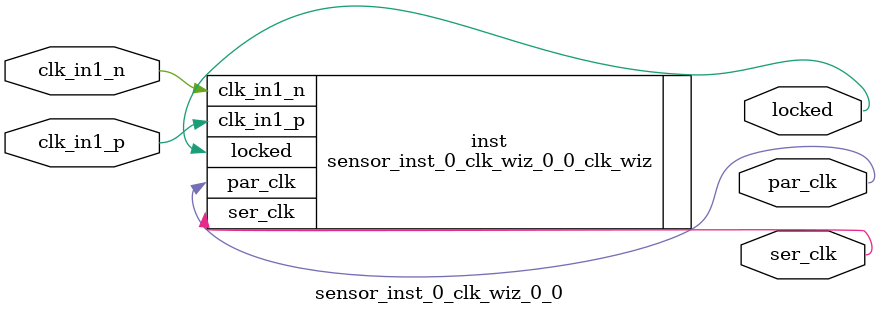
<source format=v>


`timescale 1ps/1ps

(* CORE_GENERATION_INFO = "sensor_inst_0_clk_wiz_0_0,clk_wiz_v6_0_14_0_0,{component_name=sensor_inst_0_clk_wiz_0_0,use_phase_alignment=true,use_min_o_jitter=false,use_max_i_jitter=false,use_dyn_phase_shift=false,use_inclk_switchover=false,use_dyn_reconfig=false,enable_axi=0,feedback_source=FDBK_AUTO,PRIMITIVE=MMCM,num_out_clk=2,clkin1_period=5.000,clkin2_period=10.0,use_power_down=false,use_reset=false,use_locked=true,use_inclk_stopped=false,feedback_type=SINGLE,CLOCK_MGR_TYPE=NA,manual_override=false}" *)

module sensor_inst_0_clk_wiz_0_0 
 (
  // Clock out ports
  output        par_clk,
  output        ser_clk,
  // Status and control signals
  output        locked,
 // Clock in ports
  input         clk_in1_p,
  input         clk_in1_n
 );

  sensor_inst_0_clk_wiz_0_0_clk_wiz inst
  (
  // Clock out ports  
  .par_clk(par_clk),
  .ser_clk(ser_clk),
  // Status and control signals               
  .locked(locked),
 // Clock in ports
  .clk_in1_p(clk_in1_p),
  .clk_in1_n(clk_in1_n)
  );

endmodule

</source>
